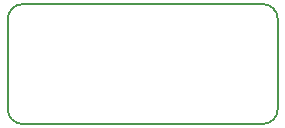
<source format=gbr>
G04 #@! TF.GenerationSoftware,KiCad,Pcbnew,(5.1.0-0)*
G04 #@! TF.CreationDate,2019-04-01T19:00:45+02:00*
G04 #@! TF.ProjectId,nowae011,6e6f7761-6530-4313-912e-6b696361645f,rev?*
G04 #@! TF.SameCoordinates,Original*
G04 #@! TF.FileFunction,Profile,NP*
%FSLAX46Y46*%
G04 Gerber Fmt 4.6, Leading zero omitted, Abs format (unit mm)*
G04 Created by KiCad (PCBNEW (5.1.0-0)) date 2019-04-01 19:00:45*
%MOMM*%
%LPD*%
G04 APERTURE LIST*
%ADD10C,0.150000*%
G04 APERTURE END LIST*
D10*
X22860000Y1270000D02*
G75*
G02X21590000Y0I-1270000J0D01*
G01*
X21590000Y10160000D02*
G75*
G02X22860000Y8890000I0J-1270000D01*
G01*
X0Y8890000D02*
G75*
G02X1270000Y10160000I1270000J0D01*
G01*
X1270000Y0D02*
G75*
G02X0Y1270000I0J1270000D01*
G01*
X21590000Y0D02*
X1270000Y0D01*
X22860000Y8890000D02*
X22860000Y1270000D01*
X1270000Y10160000D02*
X21590000Y10160000D01*
X0Y1270000D02*
X0Y8890000D01*
M02*

</source>
